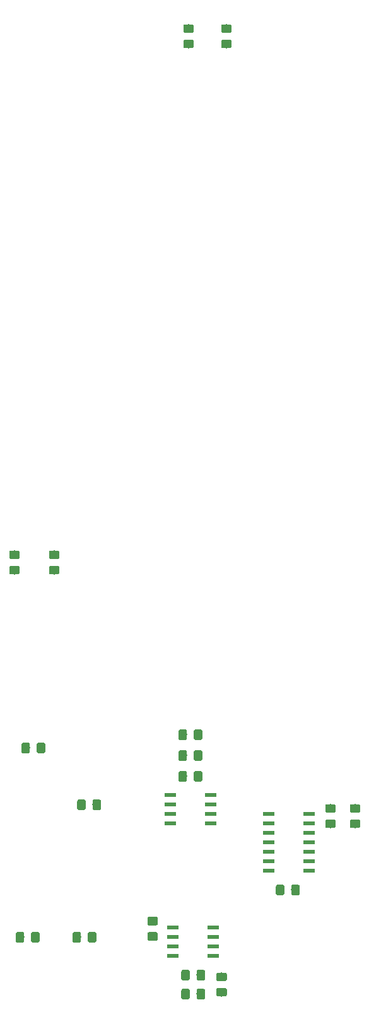
<source format=gbr>
G04 #@! TF.GenerationSoftware,KiCad,Pcbnew,(5.0.0)*
G04 #@! TF.CreationDate,2018-10-20T19:08:45+01:00*
G04 #@! TF.ProjectId,AD9833FunctionGenerator,41443938333346756E6374696F6E4765,rev?*
G04 #@! TF.SameCoordinates,Original*
G04 #@! TF.FileFunction,Paste,Top*
G04 #@! TF.FilePolarity,Positive*
%FSLAX46Y46*%
G04 Gerber Fmt 4.6, Leading zero omitted, Abs format (unit mm)*
G04 Created by KiCad (PCBNEW (5.0.0)) date 10/20/18 19:08:45*
%MOMM*%
%LPD*%
G01*
G04 APERTURE LIST*
%ADD10C,0.100000*%
%ADD11C,1.150000*%
%ADD12R,1.500000X0.600000*%
%ADD13R,1.550000X0.600000*%
G04 APERTURE END LIST*
D10*
G04 #@! TO.C,RG1*
G36*
X94828505Y-182943204D02*
X94852773Y-182946804D01*
X94876572Y-182952765D01*
X94899671Y-182961030D01*
X94921850Y-182971520D01*
X94942893Y-182984132D01*
X94962599Y-182998747D01*
X94980777Y-183015223D01*
X94997253Y-183033401D01*
X95011868Y-183053107D01*
X95024480Y-183074150D01*
X95034970Y-183096329D01*
X95043235Y-183119428D01*
X95049196Y-183143227D01*
X95052796Y-183167495D01*
X95054000Y-183191999D01*
X95054000Y-184092001D01*
X95052796Y-184116505D01*
X95049196Y-184140773D01*
X95043235Y-184164572D01*
X95034970Y-184187671D01*
X95024480Y-184209850D01*
X95011868Y-184230893D01*
X94997253Y-184250599D01*
X94980777Y-184268777D01*
X94962599Y-184285253D01*
X94942893Y-184299868D01*
X94921850Y-184312480D01*
X94899671Y-184322970D01*
X94876572Y-184331235D01*
X94852773Y-184337196D01*
X94828505Y-184340796D01*
X94804001Y-184342000D01*
X94153999Y-184342000D01*
X94129495Y-184340796D01*
X94105227Y-184337196D01*
X94081428Y-184331235D01*
X94058329Y-184322970D01*
X94036150Y-184312480D01*
X94015107Y-184299868D01*
X93995401Y-184285253D01*
X93977223Y-184268777D01*
X93960747Y-184250599D01*
X93946132Y-184230893D01*
X93933520Y-184209850D01*
X93923030Y-184187671D01*
X93914765Y-184164572D01*
X93908804Y-184140773D01*
X93905204Y-184116505D01*
X93904000Y-184092001D01*
X93904000Y-183191999D01*
X93905204Y-183167495D01*
X93908804Y-183143227D01*
X93914765Y-183119428D01*
X93923030Y-183096329D01*
X93933520Y-183074150D01*
X93946132Y-183053107D01*
X93960747Y-183033401D01*
X93977223Y-183015223D01*
X93995401Y-182998747D01*
X94015107Y-182984132D01*
X94036150Y-182971520D01*
X94058329Y-182961030D01*
X94081428Y-182952765D01*
X94105227Y-182946804D01*
X94129495Y-182943204D01*
X94153999Y-182942000D01*
X94804001Y-182942000D01*
X94828505Y-182943204D01*
X94828505Y-182943204D01*
G37*
D11*
X94479000Y-183642000D03*
D10*
G36*
X96878505Y-182943204D02*
X96902773Y-182946804D01*
X96926572Y-182952765D01*
X96949671Y-182961030D01*
X96971850Y-182971520D01*
X96992893Y-182984132D01*
X97012599Y-182998747D01*
X97030777Y-183015223D01*
X97047253Y-183033401D01*
X97061868Y-183053107D01*
X97074480Y-183074150D01*
X97084970Y-183096329D01*
X97093235Y-183119428D01*
X97099196Y-183143227D01*
X97102796Y-183167495D01*
X97104000Y-183191999D01*
X97104000Y-184092001D01*
X97102796Y-184116505D01*
X97099196Y-184140773D01*
X97093235Y-184164572D01*
X97084970Y-184187671D01*
X97074480Y-184209850D01*
X97061868Y-184230893D01*
X97047253Y-184250599D01*
X97030777Y-184268777D01*
X97012599Y-184285253D01*
X96992893Y-184299868D01*
X96971850Y-184312480D01*
X96949671Y-184322970D01*
X96926572Y-184331235D01*
X96902773Y-184337196D01*
X96878505Y-184340796D01*
X96854001Y-184342000D01*
X96203999Y-184342000D01*
X96179495Y-184340796D01*
X96155227Y-184337196D01*
X96131428Y-184331235D01*
X96108329Y-184322970D01*
X96086150Y-184312480D01*
X96065107Y-184299868D01*
X96045401Y-184285253D01*
X96027223Y-184268777D01*
X96010747Y-184250599D01*
X95996132Y-184230893D01*
X95983520Y-184209850D01*
X95973030Y-184187671D01*
X95964765Y-184164572D01*
X95958804Y-184140773D01*
X95955204Y-184116505D01*
X95954000Y-184092001D01*
X95954000Y-183191999D01*
X95955204Y-183167495D01*
X95958804Y-183143227D01*
X95964765Y-183119428D01*
X95973030Y-183096329D01*
X95983520Y-183074150D01*
X95996132Y-183053107D01*
X96010747Y-183033401D01*
X96027223Y-183015223D01*
X96045401Y-182998747D01*
X96065107Y-182984132D01*
X96086150Y-182971520D01*
X96108329Y-182961030D01*
X96131428Y-182952765D01*
X96155227Y-182946804D01*
X96179495Y-182943204D01*
X96203999Y-182942000D01*
X96854001Y-182942000D01*
X96878505Y-182943204D01*
X96878505Y-182943204D01*
G37*
D11*
X96529000Y-183642000D03*
G04 #@! TD*
D10*
G04 #@! TO.C,RF1*
G36*
X96878505Y-188531204D02*
X96902773Y-188534804D01*
X96926572Y-188540765D01*
X96949671Y-188549030D01*
X96971850Y-188559520D01*
X96992893Y-188572132D01*
X97012599Y-188586747D01*
X97030777Y-188603223D01*
X97047253Y-188621401D01*
X97061868Y-188641107D01*
X97074480Y-188662150D01*
X97084970Y-188684329D01*
X97093235Y-188707428D01*
X97099196Y-188731227D01*
X97102796Y-188755495D01*
X97104000Y-188779999D01*
X97104000Y-189680001D01*
X97102796Y-189704505D01*
X97099196Y-189728773D01*
X97093235Y-189752572D01*
X97084970Y-189775671D01*
X97074480Y-189797850D01*
X97061868Y-189818893D01*
X97047253Y-189838599D01*
X97030777Y-189856777D01*
X97012599Y-189873253D01*
X96992893Y-189887868D01*
X96971850Y-189900480D01*
X96949671Y-189910970D01*
X96926572Y-189919235D01*
X96902773Y-189925196D01*
X96878505Y-189928796D01*
X96854001Y-189930000D01*
X96203999Y-189930000D01*
X96179495Y-189928796D01*
X96155227Y-189925196D01*
X96131428Y-189919235D01*
X96108329Y-189910970D01*
X96086150Y-189900480D01*
X96065107Y-189887868D01*
X96045401Y-189873253D01*
X96027223Y-189856777D01*
X96010747Y-189838599D01*
X95996132Y-189818893D01*
X95983520Y-189797850D01*
X95973030Y-189775671D01*
X95964765Y-189752572D01*
X95958804Y-189728773D01*
X95955204Y-189704505D01*
X95954000Y-189680001D01*
X95954000Y-188779999D01*
X95955204Y-188755495D01*
X95958804Y-188731227D01*
X95964765Y-188707428D01*
X95973030Y-188684329D01*
X95983520Y-188662150D01*
X95996132Y-188641107D01*
X96010747Y-188621401D01*
X96027223Y-188603223D01*
X96045401Y-188586747D01*
X96065107Y-188572132D01*
X96086150Y-188559520D01*
X96108329Y-188549030D01*
X96131428Y-188540765D01*
X96155227Y-188534804D01*
X96179495Y-188531204D01*
X96203999Y-188530000D01*
X96854001Y-188530000D01*
X96878505Y-188531204D01*
X96878505Y-188531204D01*
G37*
D11*
X96529000Y-189230000D03*
D10*
G36*
X94828505Y-188531204D02*
X94852773Y-188534804D01*
X94876572Y-188540765D01*
X94899671Y-188549030D01*
X94921850Y-188559520D01*
X94942893Y-188572132D01*
X94962599Y-188586747D01*
X94980777Y-188603223D01*
X94997253Y-188621401D01*
X95011868Y-188641107D01*
X95024480Y-188662150D01*
X95034970Y-188684329D01*
X95043235Y-188707428D01*
X95049196Y-188731227D01*
X95052796Y-188755495D01*
X95054000Y-188779999D01*
X95054000Y-189680001D01*
X95052796Y-189704505D01*
X95049196Y-189728773D01*
X95043235Y-189752572D01*
X95034970Y-189775671D01*
X95024480Y-189797850D01*
X95011868Y-189818893D01*
X94997253Y-189838599D01*
X94980777Y-189856777D01*
X94962599Y-189873253D01*
X94942893Y-189887868D01*
X94921850Y-189900480D01*
X94899671Y-189910970D01*
X94876572Y-189919235D01*
X94852773Y-189925196D01*
X94828505Y-189928796D01*
X94804001Y-189930000D01*
X94153999Y-189930000D01*
X94129495Y-189928796D01*
X94105227Y-189925196D01*
X94081428Y-189919235D01*
X94058329Y-189910970D01*
X94036150Y-189900480D01*
X94015107Y-189887868D01*
X93995401Y-189873253D01*
X93977223Y-189856777D01*
X93960747Y-189838599D01*
X93946132Y-189818893D01*
X93933520Y-189797850D01*
X93923030Y-189775671D01*
X93914765Y-189752572D01*
X93908804Y-189728773D01*
X93905204Y-189704505D01*
X93904000Y-189680001D01*
X93904000Y-188779999D01*
X93905204Y-188755495D01*
X93908804Y-188731227D01*
X93914765Y-188707428D01*
X93923030Y-188684329D01*
X93933520Y-188662150D01*
X93946132Y-188641107D01*
X93960747Y-188621401D01*
X93977223Y-188603223D01*
X93995401Y-188586747D01*
X94015107Y-188572132D01*
X94036150Y-188559520D01*
X94058329Y-188549030D01*
X94081428Y-188540765D01*
X94105227Y-188534804D01*
X94129495Y-188531204D01*
X94153999Y-188530000D01*
X94804001Y-188530000D01*
X94828505Y-188531204D01*
X94828505Y-188531204D01*
G37*
D11*
X94479000Y-189230000D03*
G04 #@! TD*
D12*
G04 #@! TO.C,U_POT1*
X111412000Y-201930000D03*
X111412000Y-200660000D03*
X111412000Y-199390000D03*
X111412000Y-198120000D03*
X111412000Y-196850000D03*
X111412000Y-195580000D03*
X111412000Y-194310000D03*
X106012000Y-194310000D03*
X106012000Y-195580000D03*
X106012000Y-196850000D03*
X106012000Y-198120000D03*
X106012000Y-199390000D03*
X106012000Y-200660000D03*
X106012000Y-201930000D03*
G04 #@! TD*
D10*
G04 #@! TO.C,R_LOFF1*
G36*
X72984505Y-210121204D02*
X73008773Y-210124804D01*
X73032572Y-210130765D01*
X73055671Y-210139030D01*
X73077850Y-210149520D01*
X73098893Y-210162132D01*
X73118599Y-210176747D01*
X73136777Y-210193223D01*
X73153253Y-210211401D01*
X73167868Y-210231107D01*
X73180480Y-210252150D01*
X73190970Y-210274329D01*
X73199235Y-210297428D01*
X73205196Y-210321227D01*
X73208796Y-210345495D01*
X73210000Y-210369999D01*
X73210000Y-211270001D01*
X73208796Y-211294505D01*
X73205196Y-211318773D01*
X73199235Y-211342572D01*
X73190970Y-211365671D01*
X73180480Y-211387850D01*
X73167868Y-211408893D01*
X73153253Y-211428599D01*
X73136777Y-211446777D01*
X73118599Y-211463253D01*
X73098893Y-211477868D01*
X73077850Y-211490480D01*
X73055671Y-211500970D01*
X73032572Y-211509235D01*
X73008773Y-211515196D01*
X72984505Y-211518796D01*
X72960001Y-211520000D01*
X72309999Y-211520000D01*
X72285495Y-211518796D01*
X72261227Y-211515196D01*
X72237428Y-211509235D01*
X72214329Y-211500970D01*
X72192150Y-211490480D01*
X72171107Y-211477868D01*
X72151401Y-211463253D01*
X72133223Y-211446777D01*
X72116747Y-211428599D01*
X72102132Y-211408893D01*
X72089520Y-211387850D01*
X72079030Y-211365671D01*
X72070765Y-211342572D01*
X72064804Y-211318773D01*
X72061204Y-211294505D01*
X72060000Y-211270001D01*
X72060000Y-210369999D01*
X72061204Y-210345495D01*
X72064804Y-210321227D01*
X72070765Y-210297428D01*
X72079030Y-210274329D01*
X72089520Y-210252150D01*
X72102132Y-210231107D01*
X72116747Y-210211401D01*
X72133223Y-210193223D01*
X72151401Y-210176747D01*
X72171107Y-210162132D01*
X72192150Y-210149520D01*
X72214329Y-210139030D01*
X72237428Y-210130765D01*
X72261227Y-210124804D01*
X72285495Y-210121204D01*
X72309999Y-210120000D01*
X72960001Y-210120000D01*
X72984505Y-210121204D01*
X72984505Y-210121204D01*
G37*
D11*
X72635000Y-210820000D03*
D10*
G36*
X75034505Y-210121204D02*
X75058773Y-210124804D01*
X75082572Y-210130765D01*
X75105671Y-210139030D01*
X75127850Y-210149520D01*
X75148893Y-210162132D01*
X75168599Y-210176747D01*
X75186777Y-210193223D01*
X75203253Y-210211401D01*
X75217868Y-210231107D01*
X75230480Y-210252150D01*
X75240970Y-210274329D01*
X75249235Y-210297428D01*
X75255196Y-210321227D01*
X75258796Y-210345495D01*
X75260000Y-210369999D01*
X75260000Y-211270001D01*
X75258796Y-211294505D01*
X75255196Y-211318773D01*
X75249235Y-211342572D01*
X75240970Y-211365671D01*
X75230480Y-211387850D01*
X75217868Y-211408893D01*
X75203253Y-211428599D01*
X75186777Y-211446777D01*
X75168599Y-211463253D01*
X75148893Y-211477868D01*
X75127850Y-211490480D01*
X75105671Y-211500970D01*
X75082572Y-211509235D01*
X75058773Y-211515196D01*
X75034505Y-211518796D01*
X75010001Y-211520000D01*
X74359999Y-211520000D01*
X74335495Y-211518796D01*
X74311227Y-211515196D01*
X74287428Y-211509235D01*
X74264329Y-211500970D01*
X74242150Y-211490480D01*
X74221107Y-211477868D01*
X74201401Y-211463253D01*
X74183223Y-211446777D01*
X74166747Y-211428599D01*
X74152132Y-211408893D01*
X74139520Y-211387850D01*
X74129030Y-211365671D01*
X74120765Y-211342572D01*
X74114804Y-211318773D01*
X74111204Y-211294505D01*
X74110000Y-211270001D01*
X74110000Y-210369999D01*
X74111204Y-210345495D01*
X74114804Y-210321227D01*
X74120765Y-210297428D01*
X74129030Y-210274329D01*
X74139520Y-210252150D01*
X74152132Y-210231107D01*
X74166747Y-210211401D01*
X74183223Y-210193223D01*
X74201401Y-210176747D01*
X74221107Y-210162132D01*
X74242150Y-210149520D01*
X74264329Y-210139030D01*
X74287428Y-210130765D01*
X74311227Y-210124804D01*
X74335495Y-210121204D01*
X74359999Y-210120000D01*
X75010001Y-210120000D01*
X75034505Y-210121204D01*
X75034505Y-210121204D01*
G37*
D11*
X74685000Y-210820000D03*
G04 #@! TD*
D10*
G04 #@! TO.C,C1*
G36*
X95724505Y-88317204D02*
X95748773Y-88320804D01*
X95772572Y-88326765D01*
X95795671Y-88335030D01*
X95817850Y-88345520D01*
X95838893Y-88358132D01*
X95858599Y-88372747D01*
X95876777Y-88389223D01*
X95893253Y-88407401D01*
X95907868Y-88427107D01*
X95920480Y-88448150D01*
X95930970Y-88470329D01*
X95939235Y-88493428D01*
X95945196Y-88517227D01*
X95948796Y-88541495D01*
X95950000Y-88565999D01*
X95950000Y-89216001D01*
X95948796Y-89240505D01*
X95945196Y-89264773D01*
X95939235Y-89288572D01*
X95930970Y-89311671D01*
X95920480Y-89333850D01*
X95907868Y-89354893D01*
X95893253Y-89374599D01*
X95876777Y-89392777D01*
X95858599Y-89409253D01*
X95838893Y-89423868D01*
X95817850Y-89436480D01*
X95795671Y-89446970D01*
X95772572Y-89455235D01*
X95748773Y-89461196D01*
X95724505Y-89464796D01*
X95700001Y-89466000D01*
X94799999Y-89466000D01*
X94775495Y-89464796D01*
X94751227Y-89461196D01*
X94727428Y-89455235D01*
X94704329Y-89446970D01*
X94682150Y-89436480D01*
X94661107Y-89423868D01*
X94641401Y-89409253D01*
X94623223Y-89392777D01*
X94606747Y-89374599D01*
X94592132Y-89354893D01*
X94579520Y-89333850D01*
X94569030Y-89311671D01*
X94560765Y-89288572D01*
X94554804Y-89264773D01*
X94551204Y-89240505D01*
X94550000Y-89216001D01*
X94550000Y-88565999D01*
X94551204Y-88541495D01*
X94554804Y-88517227D01*
X94560765Y-88493428D01*
X94569030Y-88470329D01*
X94579520Y-88448150D01*
X94592132Y-88427107D01*
X94606747Y-88407401D01*
X94623223Y-88389223D01*
X94641401Y-88372747D01*
X94661107Y-88358132D01*
X94682150Y-88345520D01*
X94704329Y-88335030D01*
X94727428Y-88326765D01*
X94751227Y-88320804D01*
X94775495Y-88317204D01*
X94799999Y-88316000D01*
X95700001Y-88316000D01*
X95724505Y-88317204D01*
X95724505Y-88317204D01*
G37*
D11*
X95250000Y-88891000D03*
D10*
G36*
X95724505Y-90367204D02*
X95748773Y-90370804D01*
X95772572Y-90376765D01*
X95795671Y-90385030D01*
X95817850Y-90395520D01*
X95838893Y-90408132D01*
X95858599Y-90422747D01*
X95876777Y-90439223D01*
X95893253Y-90457401D01*
X95907868Y-90477107D01*
X95920480Y-90498150D01*
X95930970Y-90520329D01*
X95939235Y-90543428D01*
X95945196Y-90567227D01*
X95948796Y-90591495D01*
X95950000Y-90615999D01*
X95950000Y-91266001D01*
X95948796Y-91290505D01*
X95945196Y-91314773D01*
X95939235Y-91338572D01*
X95930970Y-91361671D01*
X95920480Y-91383850D01*
X95907868Y-91404893D01*
X95893253Y-91424599D01*
X95876777Y-91442777D01*
X95858599Y-91459253D01*
X95838893Y-91473868D01*
X95817850Y-91486480D01*
X95795671Y-91496970D01*
X95772572Y-91505235D01*
X95748773Y-91511196D01*
X95724505Y-91514796D01*
X95700001Y-91516000D01*
X94799999Y-91516000D01*
X94775495Y-91514796D01*
X94751227Y-91511196D01*
X94727428Y-91505235D01*
X94704329Y-91496970D01*
X94682150Y-91486480D01*
X94661107Y-91473868D01*
X94641401Y-91459253D01*
X94623223Y-91442777D01*
X94606747Y-91424599D01*
X94592132Y-91404893D01*
X94579520Y-91383850D01*
X94569030Y-91361671D01*
X94560765Y-91338572D01*
X94554804Y-91314773D01*
X94551204Y-91290505D01*
X94550000Y-91266001D01*
X94550000Y-90615999D01*
X94551204Y-90591495D01*
X94554804Y-90567227D01*
X94560765Y-90543428D01*
X94569030Y-90520329D01*
X94579520Y-90498150D01*
X94592132Y-90477107D01*
X94606747Y-90457401D01*
X94623223Y-90439223D01*
X94641401Y-90422747D01*
X94661107Y-90408132D01*
X94682150Y-90395520D01*
X94704329Y-90385030D01*
X94727428Y-90376765D01*
X94751227Y-90370804D01*
X94775495Y-90367204D01*
X94799999Y-90366000D01*
X95700001Y-90366000D01*
X95724505Y-90367204D01*
X95724505Y-90367204D01*
G37*
D11*
X95250000Y-90941000D03*
G04 #@! TD*
D10*
G04 #@! TO.C,C2*
G36*
X100804505Y-90367204D02*
X100828773Y-90370804D01*
X100852572Y-90376765D01*
X100875671Y-90385030D01*
X100897850Y-90395520D01*
X100918893Y-90408132D01*
X100938599Y-90422747D01*
X100956777Y-90439223D01*
X100973253Y-90457401D01*
X100987868Y-90477107D01*
X101000480Y-90498150D01*
X101010970Y-90520329D01*
X101019235Y-90543428D01*
X101025196Y-90567227D01*
X101028796Y-90591495D01*
X101030000Y-90615999D01*
X101030000Y-91266001D01*
X101028796Y-91290505D01*
X101025196Y-91314773D01*
X101019235Y-91338572D01*
X101010970Y-91361671D01*
X101000480Y-91383850D01*
X100987868Y-91404893D01*
X100973253Y-91424599D01*
X100956777Y-91442777D01*
X100938599Y-91459253D01*
X100918893Y-91473868D01*
X100897850Y-91486480D01*
X100875671Y-91496970D01*
X100852572Y-91505235D01*
X100828773Y-91511196D01*
X100804505Y-91514796D01*
X100780001Y-91516000D01*
X99879999Y-91516000D01*
X99855495Y-91514796D01*
X99831227Y-91511196D01*
X99807428Y-91505235D01*
X99784329Y-91496970D01*
X99762150Y-91486480D01*
X99741107Y-91473868D01*
X99721401Y-91459253D01*
X99703223Y-91442777D01*
X99686747Y-91424599D01*
X99672132Y-91404893D01*
X99659520Y-91383850D01*
X99649030Y-91361671D01*
X99640765Y-91338572D01*
X99634804Y-91314773D01*
X99631204Y-91290505D01*
X99630000Y-91266001D01*
X99630000Y-90615999D01*
X99631204Y-90591495D01*
X99634804Y-90567227D01*
X99640765Y-90543428D01*
X99649030Y-90520329D01*
X99659520Y-90498150D01*
X99672132Y-90477107D01*
X99686747Y-90457401D01*
X99703223Y-90439223D01*
X99721401Y-90422747D01*
X99741107Y-90408132D01*
X99762150Y-90395520D01*
X99784329Y-90385030D01*
X99807428Y-90376765D01*
X99831227Y-90370804D01*
X99855495Y-90367204D01*
X99879999Y-90366000D01*
X100780001Y-90366000D01*
X100804505Y-90367204D01*
X100804505Y-90367204D01*
G37*
D11*
X100330000Y-90941000D03*
D10*
G36*
X100804505Y-88317204D02*
X100828773Y-88320804D01*
X100852572Y-88326765D01*
X100875671Y-88335030D01*
X100897850Y-88345520D01*
X100918893Y-88358132D01*
X100938599Y-88372747D01*
X100956777Y-88389223D01*
X100973253Y-88407401D01*
X100987868Y-88427107D01*
X101000480Y-88448150D01*
X101010970Y-88470329D01*
X101019235Y-88493428D01*
X101025196Y-88517227D01*
X101028796Y-88541495D01*
X101030000Y-88565999D01*
X101030000Y-89216001D01*
X101028796Y-89240505D01*
X101025196Y-89264773D01*
X101019235Y-89288572D01*
X101010970Y-89311671D01*
X101000480Y-89333850D01*
X100987868Y-89354893D01*
X100973253Y-89374599D01*
X100956777Y-89392777D01*
X100938599Y-89409253D01*
X100918893Y-89423868D01*
X100897850Y-89436480D01*
X100875671Y-89446970D01*
X100852572Y-89455235D01*
X100828773Y-89461196D01*
X100804505Y-89464796D01*
X100780001Y-89466000D01*
X99879999Y-89466000D01*
X99855495Y-89464796D01*
X99831227Y-89461196D01*
X99807428Y-89455235D01*
X99784329Y-89446970D01*
X99762150Y-89436480D01*
X99741107Y-89423868D01*
X99721401Y-89409253D01*
X99703223Y-89392777D01*
X99686747Y-89374599D01*
X99672132Y-89354893D01*
X99659520Y-89333850D01*
X99649030Y-89311671D01*
X99640765Y-89288572D01*
X99634804Y-89264773D01*
X99631204Y-89240505D01*
X99630000Y-89216001D01*
X99630000Y-88565999D01*
X99631204Y-88541495D01*
X99634804Y-88517227D01*
X99640765Y-88493428D01*
X99649030Y-88470329D01*
X99659520Y-88448150D01*
X99672132Y-88427107D01*
X99686747Y-88407401D01*
X99703223Y-88389223D01*
X99721401Y-88372747D01*
X99741107Y-88358132D01*
X99762150Y-88345520D01*
X99784329Y-88335030D01*
X99807428Y-88326765D01*
X99831227Y-88320804D01*
X99855495Y-88317204D01*
X99879999Y-88316000D01*
X100780001Y-88316000D01*
X100804505Y-88317204D01*
X100804505Y-88317204D01*
G37*
D11*
X100330000Y-88891000D03*
G04 #@! TD*
D10*
G04 #@! TO.C,R_ISO1*
G36*
X90898505Y-210128204D02*
X90922773Y-210131804D01*
X90946572Y-210137765D01*
X90969671Y-210146030D01*
X90991850Y-210156520D01*
X91012893Y-210169132D01*
X91032599Y-210183747D01*
X91050777Y-210200223D01*
X91067253Y-210218401D01*
X91081868Y-210238107D01*
X91094480Y-210259150D01*
X91104970Y-210281329D01*
X91113235Y-210304428D01*
X91119196Y-210328227D01*
X91122796Y-210352495D01*
X91124000Y-210376999D01*
X91124000Y-211027001D01*
X91122796Y-211051505D01*
X91119196Y-211075773D01*
X91113235Y-211099572D01*
X91104970Y-211122671D01*
X91094480Y-211144850D01*
X91081868Y-211165893D01*
X91067253Y-211185599D01*
X91050777Y-211203777D01*
X91032599Y-211220253D01*
X91012893Y-211234868D01*
X90991850Y-211247480D01*
X90969671Y-211257970D01*
X90946572Y-211266235D01*
X90922773Y-211272196D01*
X90898505Y-211275796D01*
X90874001Y-211277000D01*
X89973999Y-211277000D01*
X89949495Y-211275796D01*
X89925227Y-211272196D01*
X89901428Y-211266235D01*
X89878329Y-211257970D01*
X89856150Y-211247480D01*
X89835107Y-211234868D01*
X89815401Y-211220253D01*
X89797223Y-211203777D01*
X89780747Y-211185599D01*
X89766132Y-211165893D01*
X89753520Y-211144850D01*
X89743030Y-211122671D01*
X89734765Y-211099572D01*
X89728804Y-211075773D01*
X89725204Y-211051505D01*
X89724000Y-211027001D01*
X89724000Y-210376999D01*
X89725204Y-210352495D01*
X89728804Y-210328227D01*
X89734765Y-210304428D01*
X89743030Y-210281329D01*
X89753520Y-210259150D01*
X89766132Y-210238107D01*
X89780747Y-210218401D01*
X89797223Y-210200223D01*
X89815401Y-210183747D01*
X89835107Y-210169132D01*
X89856150Y-210156520D01*
X89878329Y-210146030D01*
X89901428Y-210137765D01*
X89925227Y-210131804D01*
X89949495Y-210128204D01*
X89973999Y-210127000D01*
X90874001Y-210127000D01*
X90898505Y-210128204D01*
X90898505Y-210128204D01*
G37*
D11*
X90424000Y-210702000D03*
D10*
G36*
X90898505Y-208078204D02*
X90922773Y-208081804D01*
X90946572Y-208087765D01*
X90969671Y-208096030D01*
X90991850Y-208106520D01*
X91012893Y-208119132D01*
X91032599Y-208133747D01*
X91050777Y-208150223D01*
X91067253Y-208168401D01*
X91081868Y-208188107D01*
X91094480Y-208209150D01*
X91104970Y-208231329D01*
X91113235Y-208254428D01*
X91119196Y-208278227D01*
X91122796Y-208302495D01*
X91124000Y-208326999D01*
X91124000Y-208977001D01*
X91122796Y-209001505D01*
X91119196Y-209025773D01*
X91113235Y-209049572D01*
X91104970Y-209072671D01*
X91094480Y-209094850D01*
X91081868Y-209115893D01*
X91067253Y-209135599D01*
X91050777Y-209153777D01*
X91032599Y-209170253D01*
X91012893Y-209184868D01*
X90991850Y-209197480D01*
X90969671Y-209207970D01*
X90946572Y-209216235D01*
X90922773Y-209222196D01*
X90898505Y-209225796D01*
X90874001Y-209227000D01*
X89973999Y-209227000D01*
X89949495Y-209225796D01*
X89925227Y-209222196D01*
X89901428Y-209216235D01*
X89878329Y-209207970D01*
X89856150Y-209197480D01*
X89835107Y-209184868D01*
X89815401Y-209170253D01*
X89797223Y-209153777D01*
X89780747Y-209135599D01*
X89766132Y-209115893D01*
X89753520Y-209094850D01*
X89743030Y-209072671D01*
X89734765Y-209049572D01*
X89728804Y-209025773D01*
X89725204Y-209001505D01*
X89724000Y-208977001D01*
X89724000Y-208326999D01*
X89725204Y-208302495D01*
X89728804Y-208278227D01*
X89734765Y-208254428D01*
X89743030Y-208231329D01*
X89753520Y-208209150D01*
X89766132Y-208188107D01*
X89780747Y-208168401D01*
X89797223Y-208150223D01*
X89815401Y-208133747D01*
X89835107Y-208119132D01*
X89856150Y-208106520D01*
X89878329Y-208096030D01*
X89901428Y-208087765D01*
X89925227Y-208081804D01*
X89949495Y-208078204D01*
X89973999Y-208077000D01*
X90874001Y-208077000D01*
X90898505Y-208078204D01*
X90898505Y-208078204D01*
G37*
D11*
X90424000Y-208652000D03*
G04 #@! TD*
D10*
G04 #@! TO.C,R_MIX1*
G36*
X83289505Y-192341204D02*
X83313773Y-192344804D01*
X83337572Y-192350765D01*
X83360671Y-192359030D01*
X83382850Y-192369520D01*
X83403893Y-192382132D01*
X83423599Y-192396747D01*
X83441777Y-192413223D01*
X83458253Y-192431401D01*
X83472868Y-192451107D01*
X83485480Y-192472150D01*
X83495970Y-192494329D01*
X83504235Y-192517428D01*
X83510196Y-192541227D01*
X83513796Y-192565495D01*
X83515000Y-192589999D01*
X83515000Y-193490001D01*
X83513796Y-193514505D01*
X83510196Y-193538773D01*
X83504235Y-193562572D01*
X83495970Y-193585671D01*
X83485480Y-193607850D01*
X83472868Y-193628893D01*
X83458253Y-193648599D01*
X83441777Y-193666777D01*
X83423599Y-193683253D01*
X83403893Y-193697868D01*
X83382850Y-193710480D01*
X83360671Y-193720970D01*
X83337572Y-193729235D01*
X83313773Y-193735196D01*
X83289505Y-193738796D01*
X83265001Y-193740000D01*
X82614999Y-193740000D01*
X82590495Y-193738796D01*
X82566227Y-193735196D01*
X82542428Y-193729235D01*
X82519329Y-193720970D01*
X82497150Y-193710480D01*
X82476107Y-193697868D01*
X82456401Y-193683253D01*
X82438223Y-193666777D01*
X82421747Y-193648599D01*
X82407132Y-193628893D01*
X82394520Y-193607850D01*
X82384030Y-193585671D01*
X82375765Y-193562572D01*
X82369804Y-193538773D01*
X82366204Y-193514505D01*
X82365000Y-193490001D01*
X82365000Y-192589999D01*
X82366204Y-192565495D01*
X82369804Y-192541227D01*
X82375765Y-192517428D01*
X82384030Y-192494329D01*
X82394520Y-192472150D01*
X82407132Y-192451107D01*
X82421747Y-192431401D01*
X82438223Y-192413223D01*
X82456401Y-192396747D01*
X82476107Y-192382132D01*
X82497150Y-192369520D01*
X82519329Y-192359030D01*
X82542428Y-192350765D01*
X82566227Y-192344804D01*
X82590495Y-192341204D01*
X82614999Y-192340000D01*
X83265001Y-192340000D01*
X83289505Y-192341204D01*
X83289505Y-192341204D01*
G37*
D11*
X82940000Y-193040000D03*
D10*
G36*
X81239505Y-192341204D02*
X81263773Y-192344804D01*
X81287572Y-192350765D01*
X81310671Y-192359030D01*
X81332850Y-192369520D01*
X81353893Y-192382132D01*
X81373599Y-192396747D01*
X81391777Y-192413223D01*
X81408253Y-192431401D01*
X81422868Y-192451107D01*
X81435480Y-192472150D01*
X81445970Y-192494329D01*
X81454235Y-192517428D01*
X81460196Y-192541227D01*
X81463796Y-192565495D01*
X81465000Y-192589999D01*
X81465000Y-193490001D01*
X81463796Y-193514505D01*
X81460196Y-193538773D01*
X81454235Y-193562572D01*
X81445970Y-193585671D01*
X81435480Y-193607850D01*
X81422868Y-193628893D01*
X81408253Y-193648599D01*
X81391777Y-193666777D01*
X81373599Y-193683253D01*
X81353893Y-193697868D01*
X81332850Y-193710480D01*
X81310671Y-193720970D01*
X81287572Y-193729235D01*
X81263773Y-193735196D01*
X81239505Y-193738796D01*
X81215001Y-193740000D01*
X80564999Y-193740000D01*
X80540495Y-193738796D01*
X80516227Y-193735196D01*
X80492428Y-193729235D01*
X80469329Y-193720970D01*
X80447150Y-193710480D01*
X80426107Y-193697868D01*
X80406401Y-193683253D01*
X80388223Y-193666777D01*
X80371747Y-193648599D01*
X80357132Y-193628893D01*
X80344520Y-193607850D01*
X80334030Y-193585671D01*
X80325765Y-193562572D01*
X80319804Y-193538773D01*
X80316204Y-193514505D01*
X80315000Y-193490001D01*
X80315000Y-192589999D01*
X80316204Y-192565495D01*
X80319804Y-192541227D01*
X80325765Y-192517428D01*
X80334030Y-192494329D01*
X80344520Y-192472150D01*
X80357132Y-192451107D01*
X80371747Y-192431401D01*
X80388223Y-192413223D01*
X80406401Y-192396747D01*
X80426107Y-192382132D01*
X80447150Y-192369520D01*
X80469329Y-192359030D01*
X80492428Y-192350765D01*
X80516227Y-192344804D01*
X80540495Y-192341204D01*
X80564999Y-192340000D01*
X81215001Y-192340000D01*
X81239505Y-192341204D01*
X81239505Y-192341204D01*
G37*
D11*
X80890000Y-193040000D03*
G04 #@! TD*
D10*
G04 #@! TO.C,R_MIX2*
G36*
X75796505Y-184721204D02*
X75820773Y-184724804D01*
X75844572Y-184730765D01*
X75867671Y-184739030D01*
X75889850Y-184749520D01*
X75910893Y-184762132D01*
X75930599Y-184776747D01*
X75948777Y-184793223D01*
X75965253Y-184811401D01*
X75979868Y-184831107D01*
X75992480Y-184852150D01*
X76002970Y-184874329D01*
X76011235Y-184897428D01*
X76017196Y-184921227D01*
X76020796Y-184945495D01*
X76022000Y-184969999D01*
X76022000Y-185870001D01*
X76020796Y-185894505D01*
X76017196Y-185918773D01*
X76011235Y-185942572D01*
X76002970Y-185965671D01*
X75992480Y-185987850D01*
X75979868Y-186008893D01*
X75965253Y-186028599D01*
X75948777Y-186046777D01*
X75930599Y-186063253D01*
X75910893Y-186077868D01*
X75889850Y-186090480D01*
X75867671Y-186100970D01*
X75844572Y-186109235D01*
X75820773Y-186115196D01*
X75796505Y-186118796D01*
X75772001Y-186120000D01*
X75121999Y-186120000D01*
X75097495Y-186118796D01*
X75073227Y-186115196D01*
X75049428Y-186109235D01*
X75026329Y-186100970D01*
X75004150Y-186090480D01*
X74983107Y-186077868D01*
X74963401Y-186063253D01*
X74945223Y-186046777D01*
X74928747Y-186028599D01*
X74914132Y-186008893D01*
X74901520Y-185987850D01*
X74891030Y-185965671D01*
X74882765Y-185942572D01*
X74876804Y-185918773D01*
X74873204Y-185894505D01*
X74872000Y-185870001D01*
X74872000Y-184969999D01*
X74873204Y-184945495D01*
X74876804Y-184921227D01*
X74882765Y-184897428D01*
X74891030Y-184874329D01*
X74901520Y-184852150D01*
X74914132Y-184831107D01*
X74928747Y-184811401D01*
X74945223Y-184793223D01*
X74963401Y-184776747D01*
X74983107Y-184762132D01*
X75004150Y-184749520D01*
X75026329Y-184739030D01*
X75049428Y-184730765D01*
X75073227Y-184724804D01*
X75097495Y-184721204D01*
X75121999Y-184720000D01*
X75772001Y-184720000D01*
X75796505Y-184721204D01*
X75796505Y-184721204D01*
G37*
D11*
X75447000Y-185420000D03*
D10*
G36*
X73746505Y-184721204D02*
X73770773Y-184724804D01*
X73794572Y-184730765D01*
X73817671Y-184739030D01*
X73839850Y-184749520D01*
X73860893Y-184762132D01*
X73880599Y-184776747D01*
X73898777Y-184793223D01*
X73915253Y-184811401D01*
X73929868Y-184831107D01*
X73942480Y-184852150D01*
X73952970Y-184874329D01*
X73961235Y-184897428D01*
X73967196Y-184921227D01*
X73970796Y-184945495D01*
X73972000Y-184969999D01*
X73972000Y-185870001D01*
X73970796Y-185894505D01*
X73967196Y-185918773D01*
X73961235Y-185942572D01*
X73952970Y-185965671D01*
X73942480Y-185987850D01*
X73929868Y-186008893D01*
X73915253Y-186028599D01*
X73898777Y-186046777D01*
X73880599Y-186063253D01*
X73860893Y-186077868D01*
X73839850Y-186090480D01*
X73817671Y-186100970D01*
X73794572Y-186109235D01*
X73770773Y-186115196D01*
X73746505Y-186118796D01*
X73722001Y-186120000D01*
X73071999Y-186120000D01*
X73047495Y-186118796D01*
X73023227Y-186115196D01*
X72999428Y-186109235D01*
X72976329Y-186100970D01*
X72954150Y-186090480D01*
X72933107Y-186077868D01*
X72913401Y-186063253D01*
X72895223Y-186046777D01*
X72878747Y-186028599D01*
X72864132Y-186008893D01*
X72851520Y-185987850D01*
X72841030Y-185965671D01*
X72832765Y-185942572D01*
X72826804Y-185918773D01*
X72823204Y-185894505D01*
X72822000Y-185870001D01*
X72822000Y-184969999D01*
X72823204Y-184945495D01*
X72826804Y-184921227D01*
X72832765Y-184897428D01*
X72841030Y-184874329D01*
X72851520Y-184852150D01*
X72864132Y-184831107D01*
X72878747Y-184811401D01*
X72895223Y-184793223D01*
X72913401Y-184776747D01*
X72933107Y-184762132D01*
X72954150Y-184749520D01*
X72976329Y-184739030D01*
X72999428Y-184730765D01*
X73023227Y-184724804D01*
X73047495Y-184721204D01*
X73071999Y-184720000D01*
X73722001Y-184720000D01*
X73746505Y-184721204D01*
X73746505Y-184721204D01*
G37*
D11*
X73397000Y-185420000D03*
G04 #@! TD*
D10*
G04 #@! TO.C,R_VEL1*
G36*
X72356505Y-158929204D02*
X72380773Y-158932804D01*
X72404572Y-158938765D01*
X72427671Y-158947030D01*
X72449850Y-158957520D01*
X72470893Y-158970132D01*
X72490599Y-158984747D01*
X72508777Y-159001223D01*
X72525253Y-159019401D01*
X72539868Y-159039107D01*
X72552480Y-159060150D01*
X72562970Y-159082329D01*
X72571235Y-159105428D01*
X72577196Y-159129227D01*
X72580796Y-159153495D01*
X72582000Y-159177999D01*
X72582000Y-159828001D01*
X72580796Y-159852505D01*
X72577196Y-159876773D01*
X72571235Y-159900572D01*
X72562970Y-159923671D01*
X72552480Y-159945850D01*
X72539868Y-159966893D01*
X72525253Y-159986599D01*
X72508777Y-160004777D01*
X72490599Y-160021253D01*
X72470893Y-160035868D01*
X72449850Y-160048480D01*
X72427671Y-160058970D01*
X72404572Y-160067235D01*
X72380773Y-160073196D01*
X72356505Y-160076796D01*
X72332001Y-160078000D01*
X71431999Y-160078000D01*
X71407495Y-160076796D01*
X71383227Y-160073196D01*
X71359428Y-160067235D01*
X71336329Y-160058970D01*
X71314150Y-160048480D01*
X71293107Y-160035868D01*
X71273401Y-160021253D01*
X71255223Y-160004777D01*
X71238747Y-159986599D01*
X71224132Y-159966893D01*
X71211520Y-159945850D01*
X71201030Y-159923671D01*
X71192765Y-159900572D01*
X71186804Y-159876773D01*
X71183204Y-159852505D01*
X71182000Y-159828001D01*
X71182000Y-159177999D01*
X71183204Y-159153495D01*
X71186804Y-159129227D01*
X71192765Y-159105428D01*
X71201030Y-159082329D01*
X71211520Y-159060150D01*
X71224132Y-159039107D01*
X71238747Y-159019401D01*
X71255223Y-159001223D01*
X71273401Y-158984747D01*
X71293107Y-158970132D01*
X71314150Y-158957520D01*
X71336329Y-158947030D01*
X71359428Y-158938765D01*
X71383227Y-158932804D01*
X71407495Y-158929204D01*
X71431999Y-158928000D01*
X72332001Y-158928000D01*
X72356505Y-158929204D01*
X72356505Y-158929204D01*
G37*
D11*
X71882000Y-159503000D03*
D10*
G36*
X72356505Y-160979204D02*
X72380773Y-160982804D01*
X72404572Y-160988765D01*
X72427671Y-160997030D01*
X72449850Y-161007520D01*
X72470893Y-161020132D01*
X72490599Y-161034747D01*
X72508777Y-161051223D01*
X72525253Y-161069401D01*
X72539868Y-161089107D01*
X72552480Y-161110150D01*
X72562970Y-161132329D01*
X72571235Y-161155428D01*
X72577196Y-161179227D01*
X72580796Y-161203495D01*
X72582000Y-161227999D01*
X72582000Y-161878001D01*
X72580796Y-161902505D01*
X72577196Y-161926773D01*
X72571235Y-161950572D01*
X72562970Y-161973671D01*
X72552480Y-161995850D01*
X72539868Y-162016893D01*
X72525253Y-162036599D01*
X72508777Y-162054777D01*
X72490599Y-162071253D01*
X72470893Y-162085868D01*
X72449850Y-162098480D01*
X72427671Y-162108970D01*
X72404572Y-162117235D01*
X72380773Y-162123196D01*
X72356505Y-162126796D01*
X72332001Y-162128000D01*
X71431999Y-162128000D01*
X71407495Y-162126796D01*
X71383227Y-162123196D01*
X71359428Y-162117235D01*
X71336329Y-162108970D01*
X71314150Y-162098480D01*
X71293107Y-162085868D01*
X71273401Y-162071253D01*
X71255223Y-162054777D01*
X71238747Y-162036599D01*
X71224132Y-162016893D01*
X71211520Y-161995850D01*
X71201030Y-161973671D01*
X71192765Y-161950572D01*
X71186804Y-161926773D01*
X71183204Y-161902505D01*
X71182000Y-161878001D01*
X71182000Y-161227999D01*
X71183204Y-161203495D01*
X71186804Y-161179227D01*
X71192765Y-161155428D01*
X71201030Y-161132329D01*
X71211520Y-161110150D01*
X71224132Y-161089107D01*
X71238747Y-161069401D01*
X71255223Y-161051223D01*
X71273401Y-161034747D01*
X71293107Y-161020132D01*
X71314150Y-161007520D01*
X71336329Y-160997030D01*
X71359428Y-160988765D01*
X71383227Y-160982804D01*
X71407495Y-160979204D01*
X71431999Y-160978000D01*
X72332001Y-160978000D01*
X72356505Y-160979204D01*
X72356505Y-160979204D01*
G37*
D11*
X71882000Y-161553000D03*
G04 #@! TD*
D10*
G04 #@! TO.C,C_GAIN1*
G36*
X100169505Y-215571204D02*
X100193773Y-215574804D01*
X100217572Y-215580765D01*
X100240671Y-215589030D01*
X100262850Y-215599520D01*
X100283893Y-215612132D01*
X100303599Y-215626747D01*
X100321777Y-215643223D01*
X100338253Y-215661401D01*
X100352868Y-215681107D01*
X100365480Y-215702150D01*
X100375970Y-215724329D01*
X100384235Y-215747428D01*
X100390196Y-215771227D01*
X100393796Y-215795495D01*
X100395000Y-215819999D01*
X100395000Y-216470001D01*
X100393796Y-216494505D01*
X100390196Y-216518773D01*
X100384235Y-216542572D01*
X100375970Y-216565671D01*
X100365480Y-216587850D01*
X100352868Y-216608893D01*
X100338253Y-216628599D01*
X100321777Y-216646777D01*
X100303599Y-216663253D01*
X100283893Y-216677868D01*
X100262850Y-216690480D01*
X100240671Y-216700970D01*
X100217572Y-216709235D01*
X100193773Y-216715196D01*
X100169505Y-216718796D01*
X100145001Y-216720000D01*
X99244999Y-216720000D01*
X99220495Y-216718796D01*
X99196227Y-216715196D01*
X99172428Y-216709235D01*
X99149329Y-216700970D01*
X99127150Y-216690480D01*
X99106107Y-216677868D01*
X99086401Y-216663253D01*
X99068223Y-216646777D01*
X99051747Y-216628599D01*
X99037132Y-216608893D01*
X99024520Y-216587850D01*
X99014030Y-216565671D01*
X99005765Y-216542572D01*
X98999804Y-216518773D01*
X98996204Y-216494505D01*
X98995000Y-216470001D01*
X98995000Y-215819999D01*
X98996204Y-215795495D01*
X98999804Y-215771227D01*
X99005765Y-215747428D01*
X99014030Y-215724329D01*
X99024520Y-215702150D01*
X99037132Y-215681107D01*
X99051747Y-215661401D01*
X99068223Y-215643223D01*
X99086401Y-215626747D01*
X99106107Y-215612132D01*
X99127150Y-215599520D01*
X99149329Y-215589030D01*
X99172428Y-215580765D01*
X99196227Y-215574804D01*
X99220495Y-215571204D01*
X99244999Y-215570000D01*
X100145001Y-215570000D01*
X100169505Y-215571204D01*
X100169505Y-215571204D01*
G37*
D11*
X99695000Y-216145000D03*
D10*
G36*
X100169505Y-217621204D02*
X100193773Y-217624804D01*
X100217572Y-217630765D01*
X100240671Y-217639030D01*
X100262850Y-217649520D01*
X100283893Y-217662132D01*
X100303599Y-217676747D01*
X100321777Y-217693223D01*
X100338253Y-217711401D01*
X100352868Y-217731107D01*
X100365480Y-217752150D01*
X100375970Y-217774329D01*
X100384235Y-217797428D01*
X100390196Y-217821227D01*
X100393796Y-217845495D01*
X100395000Y-217869999D01*
X100395000Y-218520001D01*
X100393796Y-218544505D01*
X100390196Y-218568773D01*
X100384235Y-218592572D01*
X100375970Y-218615671D01*
X100365480Y-218637850D01*
X100352868Y-218658893D01*
X100338253Y-218678599D01*
X100321777Y-218696777D01*
X100303599Y-218713253D01*
X100283893Y-218727868D01*
X100262850Y-218740480D01*
X100240671Y-218750970D01*
X100217572Y-218759235D01*
X100193773Y-218765196D01*
X100169505Y-218768796D01*
X100145001Y-218770000D01*
X99244999Y-218770000D01*
X99220495Y-218768796D01*
X99196227Y-218765196D01*
X99172428Y-218759235D01*
X99149329Y-218750970D01*
X99127150Y-218740480D01*
X99106107Y-218727868D01*
X99086401Y-218713253D01*
X99068223Y-218696777D01*
X99051747Y-218678599D01*
X99037132Y-218658893D01*
X99024520Y-218637850D01*
X99014030Y-218615671D01*
X99005765Y-218592572D01*
X98999804Y-218568773D01*
X98996204Y-218544505D01*
X98995000Y-218520001D01*
X98995000Y-217869999D01*
X98996204Y-217845495D01*
X98999804Y-217821227D01*
X99005765Y-217797428D01*
X99014030Y-217774329D01*
X99024520Y-217752150D01*
X99037132Y-217731107D01*
X99051747Y-217711401D01*
X99068223Y-217693223D01*
X99086401Y-217676747D01*
X99106107Y-217662132D01*
X99127150Y-217649520D01*
X99149329Y-217639030D01*
X99172428Y-217630765D01*
X99196227Y-217624804D01*
X99220495Y-217621204D01*
X99244999Y-217620000D01*
X100145001Y-217620000D01*
X100169505Y-217621204D01*
X100169505Y-217621204D01*
G37*
D11*
X99695000Y-218195000D03*
G04 #@! TD*
D10*
G04 #@! TO.C,R_HIOFF1*
G36*
X80604505Y-210121204D02*
X80628773Y-210124804D01*
X80652572Y-210130765D01*
X80675671Y-210139030D01*
X80697850Y-210149520D01*
X80718893Y-210162132D01*
X80738599Y-210176747D01*
X80756777Y-210193223D01*
X80773253Y-210211401D01*
X80787868Y-210231107D01*
X80800480Y-210252150D01*
X80810970Y-210274329D01*
X80819235Y-210297428D01*
X80825196Y-210321227D01*
X80828796Y-210345495D01*
X80830000Y-210369999D01*
X80830000Y-211270001D01*
X80828796Y-211294505D01*
X80825196Y-211318773D01*
X80819235Y-211342572D01*
X80810970Y-211365671D01*
X80800480Y-211387850D01*
X80787868Y-211408893D01*
X80773253Y-211428599D01*
X80756777Y-211446777D01*
X80738599Y-211463253D01*
X80718893Y-211477868D01*
X80697850Y-211490480D01*
X80675671Y-211500970D01*
X80652572Y-211509235D01*
X80628773Y-211515196D01*
X80604505Y-211518796D01*
X80580001Y-211520000D01*
X79929999Y-211520000D01*
X79905495Y-211518796D01*
X79881227Y-211515196D01*
X79857428Y-211509235D01*
X79834329Y-211500970D01*
X79812150Y-211490480D01*
X79791107Y-211477868D01*
X79771401Y-211463253D01*
X79753223Y-211446777D01*
X79736747Y-211428599D01*
X79722132Y-211408893D01*
X79709520Y-211387850D01*
X79699030Y-211365671D01*
X79690765Y-211342572D01*
X79684804Y-211318773D01*
X79681204Y-211294505D01*
X79680000Y-211270001D01*
X79680000Y-210369999D01*
X79681204Y-210345495D01*
X79684804Y-210321227D01*
X79690765Y-210297428D01*
X79699030Y-210274329D01*
X79709520Y-210252150D01*
X79722132Y-210231107D01*
X79736747Y-210211401D01*
X79753223Y-210193223D01*
X79771401Y-210176747D01*
X79791107Y-210162132D01*
X79812150Y-210149520D01*
X79834329Y-210139030D01*
X79857428Y-210130765D01*
X79881227Y-210124804D01*
X79905495Y-210121204D01*
X79929999Y-210120000D01*
X80580001Y-210120000D01*
X80604505Y-210121204D01*
X80604505Y-210121204D01*
G37*
D11*
X80255000Y-210820000D03*
D10*
G36*
X82654505Y-210121204D02*
X82678773Y-210124804D01*
X82702572Y-210130765D01*
X82725671Y-210139030D01*
X82747850Y-210149520D01*
X82768893Y-210162132D01*
X82788599Y-210176747D01*
X82806777Y-210193223D01*
X82823253Y-210211401D01*
X82837868Y-210231107D01*
X82850480Y-210252150D01*
X82860970Y-210274329D01*
X82869235Y-210297428D01*
X82875196Y-210321227D01*
X82878796Y-210345495D01*
X82880000Y-210369999D01*
X82880000Y-211270001D01*
X82878796Y-211294505D01*
X82875196Y-211318773D01*
X82869235Y-211342572D01*
X82860970Y-211365671D01*
X82850480Y-211387850D01*
X82837868Y-211408893D01*
X82823253Y-211428599D01*
X82806777Y-211446777D01*
X82788599Y-211463253D01*
X82768893Y-211477868D01*
X82747850Y-211490480D01*
X82725671Y-211500970D01*
X82702572Y-211509235D01*
X82678773Y-211515196D01*
X82654505Y-211518796D01*
X82630001Y-211520000D01*
X81979999Y-211520000D01*
X81955495Y-211518796D01*
X81931227Y-211515196D01*
X81907428Y-211509235D01*
X81884329Y-211500970D01*
X81862150Y-211490480D01*
X81841107Y-211477868D01*
X81821401Y-211463253D01*
X81803223Y-211446777D01*
X81786747Y-211428599D01*
X81772132Y-211408893D01*
X81759520Y-211387850D01*
X81749030Y-211365671D01*
X81740765Y-211342572D01*
X81734804Y-211318773D01*
X81731204Y-211294505D01*
X81730000Y-211270001D01*
X81730000Y-210369999D01*
X81731204Y-210345495D01*
X81734804Y-210321227D01*
X81740765Y-210297428D01*
X81749030Y-210274329D01*
X81759520Y-210252150D01*
X81772132Y-210231107D01*
X81786747Y-210211401D01*
X81803223Y-210193223D01*
X81821401Y-210176747D01*
X81841107Y-210162132D01*
X81862150Y-210149520D01*
X81884329Y-210139030D01*
X81907428Y-210130765D01*
X81931227Y-210124804D01*
X81955495Y-210121204D01*
X81979999Y-210120000D01*
X82630001Y-210120000D01*
X82654505Y-210121204D01*
X82654505Y-210121204D01*
G37*
D11*
X82305000Y-210820000D03*
G04 #@! TD*
D10*
G04 #@! TO.C,R_MIX3*
G36*
X114774505Y-195015204D02*
X114798773Y-195018804D01*
X114822572Y-195024765D01*
X114845671Y-195033030D01*
X114867850Y-195043520D01*
X114888893Y-195056132D01*
X114908599Y-195070747D01*
X114926777Y-195087223D01*
X114943253Y-195105401D01*
X114957868Y-195125107D01*
X114970480Y-195146150D01*
X114980970Y-195168329D01*
X114989235Y-195191428D01*
X114995196Y-195215227D01*
X114998796Y-195239495D01*
X115000000Y-195263999D01*
X115000000Y-195914001D01*
X114998796Y-195938505D01*
X114995196Y-195962773D01*
X114989235Y-195986572D01*
X114980970Y-196009671D01*
X114970480Y-196031850D01*
X114957868Y-196052893D01*
X114943253Y-196072599D01*
X114926777Y-196090777D01*
X114908599Y-196107253D01*
X114888893Y-196121868D01*
X114867850Y-196134480D01*
X114845671Y-196144970D01*
X114822572Y-196153235D01*
X114798773Y-196159196D01*
X114774505Y-196162796D01*
X114750001Y-196164000D01*
X113849999Y-196164000D01*
X113825495Y-196162796D01*
X113801227Y-196159196D01*
X113777428Y-196153235D01*
X113754329Y-196144970D01*
X113732150Y-196134480D01*
X113711107Y-196121868D01*
X113691401Y-196107253D01*
X113673223Y-196090777D01*
X113656747Y-196072599D01*
X113642132Y-196052893D01*
X113629520Y-196031850D01*
X113619030Y-196009671D01*
X113610765Y-195986572D01*
X113604804Y-195962773D01*
X113601204Y-195938505D01*
X113600000Y-195914001D01*
X113600000Y-195263999D01*
X113601204Y-195239495D01*
X113604804Y-195215227D01*
X113610765Y-195191428D01*
X113619030Y-195168329D01*
X113629520Y-195146150D01*
X113642132Y-195125107D01*
X113656747Y-195105401D01*
X113673223Y-195087223D01*
X113691401Y-195070747D01*
X113711107Y-195056132D01*
X113732150Y-195043520D01*
X113754329Y-195033030D01*
X113777428Y-195024765D01*
X113801227Y-195018804D01*
X113825495Y-195015204D01*
X113849999Y-195014000D01*
X114750001Y-195014000D01*
X114774505Y-195015204D01*
X114774505Y-195015204D01*
G37*
D11*
X114300000Y-195589000D03*
D10*
G36*
X114774505Y-192965204D02*
X114798773Y-192968804D01*
X114822572Y-192974765D01*
X114845671Y-192983030D01*
X114867850Y-192993520D01*
X114888893Y-193006132D01*
X114908599Y-193020747D01*
X114926777Y-193037223D01*
X114943253Y-193055401D01*
X114957868Y-193075107D01*
X114970480Y-193096150D01*
X114980970Y-193118329D01*
X114989235Y-193141428D01*
X114995196Y-193165227D01*
X114998796Y-193189495D01*
X115000000Y-193213999D01*
X115000000Y-193864001D01*
X114998796Y-193888505D01*
X114995196Y-193912773D01*
X114989235Y-193936572D01*
X114980970Y-193959671D01*
X114970480Y-193981850D01*
X114957868Y-194002893D01*
X114943253Y-194022599D01*
X114926777Y-194040777D01*
X114908599Y-194057253D01*
X114888893Y-194071868D01*
X114867850Y-194084480D01*
X114845671Y-194094970D01*
X114822572Y-194103235D01*
X114798773Y-194109196D01*
X114774505Y-194112796D01*
X114750001Y-194114000D01*
X113849999Y-194114000D01*
X113825495Y-194112796D01*
X113801227Y-194109196D01*
X113777428Y-194103235D01*
X113754329Y-194094970D01*
X113732150Y-194084480D01*
X113711107Y-194071868D01*
X113691401Y-194057253D01*
X113673223Y-194040777D01*
X113656747Y-194022599D01*
X113642132Y-194002893D01*
X113629520Y-193981850D01*
X113619030Y-193959671D01*
X113610765Y-193936572D01*
X113604804Y-193912773D01*
X113601204Y-193888505D01*
X113600000Y-193864001D01*
X113600000Y-193213999D01*
X113601204Y-193189495D01*
X113604804Y-193165227D01*
X113610765Y-193141428D01*
X113619030Y-193118329D01*
X113629520Y-193096150D01*
X113642132Y-193075107D01*
X113656747Y-193055401D01*
X113673223Y-193037223D01*
X113691401Y-193020747D01*
X113711107Y-193006132D01*
X113732150Y-192993520D01*
X113754329Y-192983030D01*
X113777428Y-192974765D01*
X113801227Y-192968804D01*
X113825495Y-192965204D01*
X113849999Y-192964000D01*
X114750001Y-192964000D01*
X114774505Y-192965204D01*
X114774505Y-192965204D01*
G37*
D11*
X114300000Y-193539000D03*
G04 #@! TD*
D10*
G04 #@! TO.C,RF2*
G36*
X95209505Y-215201204D02*
X95233773Y-215204804D01*
X95257572Y-215210765D01*
X95280671Y-215219030D01*
X95302850Y-215229520D01*
X95323893Y-215242132D01*
X95343599Y-215256747D01*
X95361777Y-215273223D01*
X95378253Y-215291401D01*
X95392868Y-215311107D01*
X95405480Y-215332150D01*
X95415970Y-215354329D01*
X95424235Y-215377428D01*
X95430196Y-215401227D01*
X95433796Y-215425495D01*
X95435000Y-215449999D01*
X95435000Y-216350001D01*
X95433796Y-216374505D01*
X95430196Y-216398773D01*
X95424235Y-216422572D01*
X95415970Y-216445671D01*
X95405480Y-216467850D01*
X95392868Y-216488893D01*
X95378253Y-216508599D01*
X95361777Y-216526777D01*
X95343599Y-216543253D01*
X95323893Y-216557868D01*
X95302850Y-216570480D01*
X95280671Y-216580970D01*
X95257572Y-216589235D01*
X95233773Y-216595196D01*
X95209505Y-216598796D01*
X95185001Y-216600000D01*
X94534999Y-216600000D01*
X94510495Y-216598796D01*
X94486227Y-216595196D01*
X94462428Y-216589235D01*
X94439329Y-216580970D01*
X94417150Y-216570480D01*
X94396107Y-216557868D01*
X94376401Y-216543253D01*
X94358223Y-216526777D01*
X94341747Y-216508599D01*
X94327132Y-216488893D01*
X94314520Y-216467850D01*
X94304030Y-216445671D01*
X94295765Y-216422572D01*
X94289804Y-216398773D01*
X94286204Y-216374505D01*
X94285000Y-216350001D01*
X94285000Y-215449999D01*
X94286204Y-215425495D01*
X94289804Y-215401227D01*
X94295765Y-215377428D01*
X94304030Y-215354329D01*
X94314520Y-215332150D01*
X94327132Y-215311107D01*
X94341747Y-215291401D01*
X94358223Y-215273223D01*
X94376401Y-215256747D01*
X94396107Y-215242132D01*
X94417150Y-215229520D01*
X94439329Y-215219030D01*
X94462428Y-215210765D01*
X94486227Y-215204804D01*
X94510495Y-215201204D01*
X94534999Y-215200000D01*
X95185001Y-215200000D01*
X95209505Y-215201204D01*
X95209505Y-215201204D01*
G37*
D11*
X94860000Y-215900000D03*
D10*
G36*
X97259505Y-215201204D02*
X97283773Y-215204804D01*
X97307572Y-215210765D01*
X97330671Y-215219030D01*
X97352850Y-215229520D01*
X97373893Y-215242132D01*
X97393599Y-215256747D01*
X97411777Y-215273223D01*
X97428253Y-215291401D01*
X97442868Y-215311107D01*
X97455480Y-215332150D01*
X97465970Y-215354329D01*
X97474235Y-215377428D01*
X97480196Y-215401227D01*
X97483796Y-215425495D01*
X97485000Y-215449999D01*
X97485000Y-216350001D01*
X97483796Y-216374505D01*
X97480196Y-216398773D01*
X97474235Y-216422572D01*
X97465970Y-216445671D01*
X97455480Y-216467850D01*
X97442868Y-216488893D01*
X97428253Y-216508599D01*
X97411777Y-216526777D01*
X97393599Y-216543253D01*
X97373893Y-216557868D01*
X97352850Y-216570480D01*
X97330671Y-216580970D01*
X97307572Y-216589235D01*
X97283773Y-216595196D01*
X97259505Y-216598796D01*
X97235001Y-216600000D01*
X96584999Y-216600000D01*
X96560495Y-216598796D01*
X96536227Y-216595196D01*
X96512428Y-216589235D01*
X96489329Y-216580970D01*
X96467150Y-216570480D01*
X96446107Y-216557868D01*
X96426401Y-216543253D01*
X96408223Y-216526777D01*
X96391747Y-216508599D01*
X96377132Y-216488893D01*
X96364520Y-216467850D01*
X96354030Y-216445671D01*
X96345765Y-216422572D01*
X96339804Y-216398773D01*
X96336204Y-216374505D01*
X96335000Y-216350001D01*
X96335000Y-215449999D01*
X96336204Y-215425495D01*
X96339804Y-215401227D01*
X96345765Y-215377428D01*
X96354030Y-215354329D01*
X96364520Y-215332150D01*
X96377132Y-215311107D01*
X96391747Y-215291401D01*
X96408223Y-215273223D01*
X96426401Y-215256747D01*
X96446107Y-215242132D01*
X96467150Y-215229520D01*
X96489329Y-215219030D01*
X96512428Y-215210765D01*
X96536227Y-215204804D01*
X96560495Y-215201204D01*
X96584999Y-215200000D01*
X97235001Y-215200000D01*
X97259505Y-215201204D01*
X97259505Y-215201204D01*
G37*
D11*
X96910000Y-215900000D03*
G04 #@! TD*
D10*
G04 #@! TO.C,ROFF1*
G36*
X107909505Y-203771204D02*
X107933773Y-203774804D01*
X107957572Y-203780765D01*
X107980671Y-203789030D01*
X108002850Y-203799520D01*
X108023893Y-203812132D01*
X108043599Y-203826747D01*
X108061777Y-203843223D01*
X108078253Y-203861401D01*
X108092868Y-203881107D01*
X108105480Y-203902150D01*
X108115970Y-203924329D01*
X108124235Y-203947428D01*
X108130196Y-203971227D01*
X108133796Y-203995495D01*
X108135000Y-204019999D01*
X108135000Y-204920001D01*
X108133796Y-204944505D01*
X108130196Y-204968773D01*
X108124235Y-204992572D01*
X108115970Y-205015671D01*
X108105480Y-205037850D01*
X108092868Y-205058893D01*
X108078253Y-205078599D01*
X108061777Y-205096777D01*
X108043599Y-205113253D01*
X108023893Y-205127868D01*
X108002850Y-205140480D01*
X107980671Y-205150970D01*
X107957572Y-205159235D01*
X107933773Y-205165196D01*
X107909505Y-205168796D01*
X107885001Y-205170000D01*
X107234999Y-205170000D01*
X107210495Y-205168796D01*
X107186227Y-205165196D01*
X107162428Y-205159235D01*
X107139329Y-205150970D01*
X107117150Y-205140480D01*
X107096107Y-205127868D01*
X107076401Y-205113253D01*
X107058223Y-205096777D01*
X107041747Y-205078599D01*
X107027132Y-205058893D01*
X107014520Y-205037850D01*
X107004030Y-205015671D01*
X106995765Y-204992572D01*
X106989804Y-204968773D01*
X106986204Y-204944505D01*
X106985000Y-204920001D01*
X106985000Y-204019999D01*
X106986204Y-203995495D01*
X106989804Y-203971227D01*
X106995765Y-203947428D01*
X107004030Y-203924329D01*
X107014520Y-203902150D01*
X107027132Y-203881107D01*
X107041747Y-203861401D01*
X107058223Y-203843223D01*
X107076401Y-203826747D01*
X107096107Y-203812132D01*
X107117150Y-203799520D01*
X107139329Y-203789030D01*
X107162428Y-203780765D01*
X107186227Y-203774804D01*
X107210495Y-203771204D01*
X107234999Y-203770000D01*
X107885001Y-203770000D01*
X107909505Y-203771204D01*
X107909505Y-203771204D01*
G37*
D11*
X107560000Y-204470000D03*
D10*
G36*
X109959505Y-203771204D02*
X109983773Y-203774804D01*
X110007572Y-203780765D01*
X110030671Y-203789030D01*
X110052850Y-203799520D01*
X110073893Y-203812132D01*
X110093599Y-203826747D01*
X110111777Y-203843223D01*
X110128253Y-203861401D01*
X110142868Y-203881107D01*
X110155480Y-203902150D01*
X110165970Y-203924329D01*
X110174235Y-203947428D01*
X110180196Y-203971227D01*
X110183796Y-203995495D01*
X110185000Y-204019999D01*
X110185000Y-204920001D01*
X110183796Y-204944505D01*
X110180196Y-204968773D01*
X110174235Y-204992572D01*
X110165970Y-205015671D01*
X110155480Y-205037850D01*
X110142868Y-205058893D01*
X110128253Y-205078599D01*
X110111777Y-205096777D01*
X110093599Y-205113253D01*
X110073893Y-205127868D01*
X110052850Y-205140480D01*
X110030671Y-205150970D01*
X110007572Y-205159235D01*
X109983773Y-205165196D01*
X109959505Y-205168796D01*
X109935001Y-205170000D01*
X109284999Y-205170000D01*
X109260495Y-205168796D01*
X109236227Y-205165196D01*
X109212428Y-205159235D01*
X109189329Y-205150970D01*
X109167150Y-205140480D01*
X109146107Y-205127868D01*
X109126401Y-205113253D01*
X109108223Y-205096777D01*
X109091747Y-205078599D01*
X109077132Y-205058893D01*
X109064520Y-205037850D01*
X109054030Y-205015671D01*
X109045765Y-204992572D01*
X109039804Y-204968773D01*
X109036204Y-204944505D01*
X109035000Y-204920001D01*
X109035000Y-204019999D01*
X109036204Y-203995495D01*
X109039804Y-203971227D01*
X109045765Y-203947428D01*
X109054030Y-203924329D01*
X109064520Y-203902150D01*
X109077132Y-203881107D01*
X109091747Y-203861401D01*
X109108223Y-203843223D01*
X109126401Y-203826747D01*
X109146107Y-203812132D01*
X109167150Y-203799520D01*
X109189329Y-203789030D01*
X109212428Y-203780765D01*
X109236227Y-203774804D01*
X109260495Y-203771204D01*
X109284999Y-203770000D01*
X109935001Y-203770000D01*
X109959505Y-203771204D01*
X109959505Y-203771204D01*
G37*
D11*
X109610000Y-204470000D03*
G04 #@! TD*
D10*
G04 #@! TO.C,ROFF2*
G36*
X118076505Y-195015204D02*
X118100773Y-195018804D01*
X118124572Y-195024765D01*
X118147671Y-195033030D01*
X118169850Y-195043520D01*
X118190893Y-195056132D01*
X118210599Y-195070747D01*
X118228777Y-195087223D01*
X118245253Y-195105401D01*
X118259868Y-195125107D01*
X118272480Y-195146150D01*
X118282970Y-195168329D01*
X118291235Y-195191428D01*
X118297196Y-195215227D01*
X118300796Y-195239495D01*
X118302000Y-195263999D01*
X118302000Y-195914001D01*
X118300796Y-195938505D01*
X118297196Y-195962773D01*
X118291235Y-195986572D01*
X118282970Y-196009671D01*
X118272480Y-196031850D01*
X118259868Y-196052893D01*
X118245253Y-196072599D01*
X118228777Y-196090777D01*
X118210599Y-196107253D01*
X118190893Y-196121868D01*
X118169850Y-196134480D01*
X118147671Y-196144970D01*
X118124572Y-196153235D01*
X118100773Y-196159196D01*
X118076505Y-196162796D01*
X118052001Y-196164000D01*
X117151999Y-196164000D01*
X117127495Y-196162796D01*
X117103227Y-196159196D01*
X117079428Y-196153235D01*
X117056329Y-196144970D01*
X117034150Y-196134480D01*
X117013107Y-196121868D01*
X116993401Y-196107253D01*
X116975223Y-196090777D01*
X116958747Y-196072599D01*
X116944132Y-196052893D01*
X116931520Y-196031850D01*
X116921030Y-196009671D01*
X116912765Y-195986572D01*
X116906804Y-195962773D01*
X116903204Y-195938505D01*
X116902000Y-195914001D01*
X116902000Y-195263999D01*
X116903204Y-195239495D01*
X116906804Y-195215227D01*
X116912765Y-195191428D01*
X116921030Y-195168329D01*
X116931520Y-195146150D01*
X116944132Y-195125107D01*
X116958747Y-195105401D01*
X116975223Y-195087223D01*
X116993401Y-195070747D01*
X117013107Y-195056132D01*
X117034150Y-195043520D01*
X117056329Y-195033030D01*
X117079428Y-195024765D01*
X117103227Y-195018804D01*
X117127495Y-195015204D01*
X117151999Y-195014000D01*
X118052001Y-195014000D01*
X118076505Y-195015204D01*
X118076505Y-195015204D01*
G37*
D11*
X117602000Y-195589000D03*
D10*
G36*
X118076505Y-192965204D02*
X118100773Y-192968804D01*
X118124572Y-192974765D01*
X118147671Y-192983030D01*
X118169850Y-192993520D01*
X118190893Y-193006132D01*
X118210599Y-193020747D01*
X118228777Y-193037223D01*
X118245253Y-193055401D01*
X118259868Y-193075107D01*
X118272480Y-193096150D01*
X118282970Y-193118329D01*
X118291235Y-193141428D01*
X118297196Y-193165227D01*
X118300796Y-193189495D01*
X118302000Y-193213999D01*
X118302000Y-193864001D01*
X118300796Y-193888505D01*
X118297196Y-193912773D01*
X118291235Y-193936572D01*
X118282970Y-193959671D01*
X118272480Y-193981850D01*
X118259868Y-194002893D01*
X118245253Y-194022599D01*
X118228777Y-194040777D01*
X118210599Y-194057253D01*
X118190893Y-194071868D01*
X118169850Y-194084480D01*
X118147671Y-194094970D01*
X118124572Y-194103235D01*
X118100773Y-194109196D01*
X118076505Y-194112796D01*
X118052001Y-194114000D01*
X117151999Y-194114000D01*
X117127495Y-194112796D01*
X117103227Y-194109196D01*
X117079428Y-194103235D01*
X117056329Y-194094970D01*
X117034150Y-194084480D01*
X117013107Y-194071868D01*
X116993401Y-194057253D01*
X116975223Y-194040777D01*
X116958747Y-194022599D01*
X116944132Y-194002893D01*
X116931520Y-193981850D01*
X116921030Y-193959671D01*
X116912765Y-193936572D01*
X116906804Y-193912773D01*
X116903204Y-193888505D01*
X116902000Y-193864001D01*
X116902000Y-193213999D01*
X116903204Y-193189495D01*
X116906804Y-193165227D01*
X116912765Y-193141428D01*
X116921030Y-193118329D01*
X116931520Y-193096150D01*
X116944132Y-193075107D01*
X116958747Y-193055401D01*
X116975223Y-193037223D01*
X116993401Y-193020747D01*
X117013107Y-193006132D01*
X117034150Y-192993520D01*
X117056329Y-192983030D01*
X117079428Y-192974765D01*
X117103227Y-192968804D01*
X117127495Y-192965204D01*
X117151999Y-192964000D01*
X118052001Y-192964000D01*
X118076505Y-192965204D01*
X118076505Y-192965204D01*
G37*
D11*
X117602000Y-193539000D03*
G04 #@! TD*
D10*
G04 #@! TO.C,CF2*
G36*
X95209505Y-217741204D02*
X95233773Y-217744804D01*
X95257572Y-217750765D01*
X95280671Y-217759030D01*
X95302850Y-217769520D01*
X95323893Y-217782132D01*
X95343599Y-217796747D01*
X95361777Y-217813223D01*
X95378253Y-217831401D01*
X95392868Y-217851107D01*
X95405480Y-217872150D01*
X95415970Y-217894329D01*
X95424235Y-217917428D01*
X95430196Y-217941227D01*
X95433796Y-217965495D01*
X95435000Y-217989999D01*
X95435000Y-218890001D01*
X95433796Y-218914505D01*
X95430196Y-218938773D01*
X95424235Y-218962572D01*
X95415970Y-218985671D01*
X95405480Y-219007850D01*
X95392868Y-219028893D01*
X95378253Y-219048599D01*
X95361777Y-219066777D01*
X95343599Y-219083253D01*
X95323893Y-219097868D01*
X95302850Y-219110480D01*
X95280671Y-219120970D01*
X95257572Y-219129235D01*
X95233773Y-219135196D01*
X95209505Y-219138796D01*
X95185001Y-219140000D01*
X94534999Y-219140000D01*
X94510495Y-219138796D01*
X94486227Y-219135196D01*
X94462428Y-219129235D01*
X94439329Y-219120970D01*
X94417150Y-219110480D01*
X94396107Y-219097868D01*
X94376401Y-219083253D01*
X94358223Y-219066777D01*
X94341747Y-219048599D01*
X94327132Y-219028893D01*
X94314520Y-219007850D01*
X94304030Y-218985671D01*
X94295765Y-218962572D01*
X94289804Y-218938773D01*
X94286204Y-218914505D01*
X94285000Y-218890001D01*
X94285000Y-217989999D01*
X94286204Y-217965495D01*
X94289804Y-217941227D01*
X94295765Y-217917428D01*
X94304030Y-217894329D01*
X94314520Y-217872150D01*
X94327132Y-217851107D01*
X94341747Y-217831401D01*
X94358223Y-217813223D01*
X94376401Y-217796747D01*
X94396107Y-217782132D01*
X94417150Y-217769520D01*
X94439329Y-217759030D01*
X94462428Y-217750765D01*
X94486227Y-217744804D01*
X94510495Y-217741204D01*
X94534999Y-217740000D01*
X95185001Y-217740000D01*
X95209505Y-217741204D01*
X95209505Y-217741204D01*
G37*
D11*
X94860000Y-218440000D03*
D10*
G36*
X97259505Y-217741204D02*
X97283773Y-217744804D01*
X97307572Y-217750765D01*
X97330671Y-217759030D01*
X97352850Y-217769520D01*
X97373893Y-217782132D01*
X97393599Y-217796747D01*
X97411777Y-217813223D01*
X97428253Y-217831401D01*
X97442868Y-217851107D01*
X97455480Y-217872150D01*
X97465970Y-217894329D01*
X97474235Y-217917428D01*
X97480196Y-217941227D01*
X97483796Y-217965495D01*
X97485000Y-217989999D01*
X97485000Y-218890001D01*
X97483796Y-218914505D01*
X97480196Y-218938773D01*
X97474235Y-218962572D01*
X97465970Y-218985671D01*
X97455480Y-219007850D01*
X97442868Y-219028893D01*
X97428253Y-219048599D01*
X97411777Y-219066777D01*
X97393599Y-219083253D01*
X97373893Y-219097868D01*
X97352850Y-219110480D01*
X97330671Y-219120970D01*
X97307572Y-219129235D01*
X97283773Y-219135196D01*
X97259505Y-219138796D01*
X97235001Y-219140000D01*
X96584999Y-219140000D01*
X96560495Y-219138796D01*
X96536227Y-219135196D01*
X96512428Y-219129235D01*
X96489329Y-219120970D01*
X96467150Y-219110480D01*
X96446107Y-219097868D01*
X96426401Y-219083253D01*
X96408223Y-219066777D01*
X96391747Y-219048599D01*
X96377132Y-219028893D01*
X96364520Y-219007850D01*
X96354030Y-218985671D01*
X96345765Y-218962572D01*
X96339804Y-218938773D01*
X96336204Y-218914505D01*
X96335000Y-218890001D01*
X96335000Y-217989999D01*
X96336204Y-217965495D01*
X96339804Y-217941227D01*
X96345765Y-217917428D01*
X96354030Y-217894329D01*
X96364520Y-217872150D01*
X96377132Y-217851107D01*
X96391747Y-217831401D01*
X96408223Y-217813223D01*
X96426401Y-217796747D01*
X96446107Y-217782132D01*
X96467150Y-217769520D01*
X96489329Y-217759030D01*
X96512428Y-217750765D01*
X96536227Y-217744804D01*
X96560495Y-217741204D01*
X96584999Y-217740000D01*
X97235001Y-217740000D01*
X97259505Y-217741204D01*
X97259505Y-217741204D01*
G37*
D11*
X96910000Y-218440000D03*
G04 #@! TD*
D13*
G04 #@! TO.C,U_BUFF1*
X92804000Y-195580000D03*
X92804000Y-194310000D03*
X92804000Y-193040000D03*
X92804000Y-191770000D03*
X98204000Y-191770000D03*
X98204000Y-193040000D03*
X98204000Y-194310000D03*
X98204000Y-195580000D03*
G04 #@! TD*
G04 #@! TO.C,U_MIX1*
X98585000Y-213360000D03*
X98585000Y-212090000D03*
X98585000Y-210820000D03*
X98585000Y-209550000D03*
X93185000Y-209550000D03*
X93185000Y-210820000D03*
X93185000Y-212090000D03*
X93185000Y-213360000D03*
G04 #@! TD*
D10*
G04 #@! TO.C,R_PHASE1*
G36*
X77690505Y-158929204D02*
X77714773Y-158932804D01*
X77738572Y-158938765D01*
X77761671Y-158947030D01*
X77783850Y-158957520D01*
X77804893Y-158970132D01*
X77824599Y-158984747D01*
X77842777Y-159001223D01*
X77859253Y-159019401D01*
X77873868Y-159039107D01*
X77886480Y-159060150D01*
X77896970Y-159082329D01*
X77905235Y-159105428D01*
X77911196Y-159129227D01*
X77914796Y-159153495D01*
X77916000Y-159177999D01*
X77916000Y-159828001D01*
X77914796Y-159852505D01*
X77911196Y-159876773D01*
X77905235Y-159900572D01*
X77896970Y-159923671D01*
X77886480Y-159945850D01*
X77873868Y-159966893D01*
X77859253Y-159986599D01*
X77842777Y-160004777D01*
X77824599Y-160021253D01*
X77804893Y-160035868D01*
X77783850Y-160048480D01*
X77761671Y-160058970D01*
X77738572Y-160067235D01*
X77714773Y-160073196D01*
X77690505Y-160076796D01*
X77666001Y-160078000D01*
X76765999Y-160078000D01*
X76741495Y-160076796D01*
X76717227Y-160073196D01*
X76693428Y-160067235D01*
X76670329Y-160058970D01*
X76648150Y-160048480D01*
X76627107Y-160035868D01*
X76607401Y-160021253D01*
X76589223Y-160004777D01*
X76572747Y-159986599D01*
X76558132Y-159966893D01*
X76545520Y-159945850D01*
X76535030Y-159923671D01*
X76526765Y-159900572D01*
X76520804Y-159876773D01*
X76517204Y-159852505D01*
X76516000Y-159828001D01*
X76516000Y-159177999D01*
X76517204Y-159153495D01*
X76520804Y-159129227D01*
X76526765Y-159105428D01*
X76535030Y-159082329D01*
X76545520Y-159060150D01*
X76558132Y-159039107D01*
X76572747Y-159019401D01*
X76589223Y-159001223D01*
X76607401Y-158984747D01*
X76627107Y-158970132D01*
X76648150Y-158957520D01*
X76670329Y-158947030D01*
X76693428Y-158938765D01*
X76717227Y-158932804D01*
X76741495Y-158929204D01*
X76765999Y-158928000D01*
X77666001Y-158928000D01*
X77690505Y-158929204D01*
X77690505Y-158929204D01*
G37*
D11*
X77216000Y-159503000D03*
D10*
G36*
X77690505Y-160979204D02*
X77714773Y-160982804D01*
X77738572Y-160988765D01*
X77761671Y-160997030D01*
X77783850Y-161007520D01*
X77804893Y-161020132D01*
X77824599Y-161034747D01*
X77842777Y-161051223D01*
X77859253Y-161069401D01*
X77873868Y-161089107D01*
X77886480Y-161110150D01*
X77896970Y-161132329D01*
X77905235Y-161155428D01*
X77911196Y-161179227D01*
X77914796Y-161203495D01*
X77916000Y-161227999D01*
X77916000Y-161878001D01*
X77914796Y-161902505D01*
X77911196Y-161926773D01*
X77905235Y-161950572D01*
X77896970Y-161973671D01*
X77886480Y-161995850D01*
X77873868Y-162016893D01*
X77859253Y-162036599D01*
X77842777Y-162054777D01*
X77824599Y-162071253D01*
X77804893Y-162085868D01*
X77783850Y-162098480D01*
X77761671Y-162108970D01*
X77738572Y-162117235D01*
X77714773Y-162123196D01*
X77690505Y-162126796D01*
X77666001Y-162128000D01*
X76765999Y-162128000D01*
X76741495Y-162126796D01*
X76717227Y-162123196D01*
X76693428Y-162117235D01*
X76670329Y-162108970D01*
X76648150Y-162098480D01*
X76627107Y-162085868D01*
X76607401Y-162071253D01*
X76589223Y-162054777D01*
X76572747Y-162036599D01*
X76558132Y-162016893D01*
X76545520Y-161995850D01*
X76535030Y-161973671D01*
X76526765Y-161950572D01*
X76520804Y-161926773D01*
X76517204Y-161902505D01*
X76516000Y-161878001D01*
X76516000Y-161227999D01*
X76517204Y-161203495D01*
X76520804Y-161179227D01*
X76526765Y-161155428D01*
X76535030Y-161132329D01*
X76545520Y-161110150D01*
X76558132Y-161089107D01*
X76572747Y-161069401D01*
X76589223Y-161051223D01*
X76607401Y-161034747D01*
X76627107Y-161020132D01*
X76648150Y-161007520D01*
X76670329Y-160997030D01*
X76693428Y-160988765D01*
X76717227Y-160982804D01*
X76741495Y-160979204D01*
X76765999Y-160978000D01*
X77666001Y-160978000D01*
X77690505Y-160979204D01*
X77690505Y-160979204D01*
G37*
D11*
X77216000Y-161553000D03*
G04 #@! TD*
D10*
G04 #@! TO.C,CF1*
G36*
X94828505Y-185737204D02*
X94852773Y-185740804D01*
X94876572Y-185746765D01*
X94899671Y-185755030D01*
X94921850Y-185765520D01*
X94942893Y-185778132D01*
X94962599Y-185792747D01*
X94980777Y-185809223D01*
X94997253Y-185827401D01*
X95011868Y-185847107D01*
X95024480Y-185868150D01*
X95034970Y-185890329D01*
X95043235Y-185913428D01*
X95049196Y-185937227D01*
X95052796Y-185961495D01*
X95054000Y-185985999D01*
X95054000Y-186886001D01*
X95052796Y-186910505D01*
X95049196Y-186934773D01*
X95043235Y-186958572D01*
X95034970Y-186981671D01*
X95024480Y-187003850D01*
X95011868Y-187024893D01*
X94997253Y-187044599D01*
X94980777Y-187062777D01*
X94962599Y-187079253D01*
X94942893Y-187093868D01*
X94921850Y-187106480D01*
X94899671Y-187116970D01*
X94876572Y-187125235D01*
X94852773Y-187131196D01*
X94828505Y-187134796D01*
X94804001Y-187136000D01*
X94153999Y-187136000D01*
X94129495Y-187134796D01*
X94105227Y-187131196D01*
X94081428Y-187125235D01*
X94058329Y-187116970D01*
X94036150Y-187106480D01*
X94015107Y-187093868D01*
X93995401Y-187079253D01*
X93977223Y-187062777D01*
X93960747Y-187044599D01*
X93946132Y-187024893D01*
X93933520Y-187003850D01*
X93923030Y-186981671D01*
X93914765Y-186958572D01*
X93908804Y-186934773D01*
X93905204Y-186910505D01*
X93904000Y-186886001D01*
X93904000Y-185985999D01*
X93905204Y-185961495D01*
X93908804Y-185937227D01*
X93914765Y-185913428D01*
X93923030Y-185890329D01*
X93933520Y-185868150D01*
X93946132Y-185847107D01*
X93960747Y-185827401D01*
X93977223Y-185809223D01*
X93995401Y-185792747D01*
X94015107Y-185778132D01*
X94036150Y-185765520D01*
X94058329Y-185755030D01*
X94081428Y-185746765D01*
X94105227Y-185740804D01*
X94129495Y-185737204D01*
X94153999Y-185736000D01*
X94804001Y-185736000D01*
X94828505Y-185737204D01*
X94828505Y-185737204D01*
G37*
D11*
X94479000Y-186436000D03*
D10*
G36*
X96878505Y-185737204D02*
X96902773Y-185740804D01*
X96926572Y-185746765D01*
X96949671Y-185755030D01*
X96971850Y-185765520D01*
X96992893Y-185778132D01*
X97012599Y-185792747D01*
X97030777Y-185809223D01*
X97047253Y-185827401D01*
X97061868Y-185847107D01*
X97074480Y-185868150D01*
X97084970Y-185890329D01*
X97093235Y-185913428D01*
X97099196Y-185937227D01*
X97102796Y-185961495D01*
X97104000Y-185985999D01*
X97104000Y-186886001D01*
X97102796Y-186910505D01*
X97099196Y-186934773D01*
X97093235Y-186958572D01*
X97084970Y-186981671D01*
X97074480Y-187003850D01*
X97061868Y-187024893D01*
X97047253Y-187044599D01*
X97030777Y-187062777D01*
X97012599Y-187079253D01*
X96992893Y-187093868D01*
X96971850Y-187106480D01*
X96949671Y-187116970D01*
X96926572Y-187125235D01*
X96902773Y-187131196D01*
X96878505Y-187134796D01*
X96854001Y-187136000D01*
X96203999Y-187136000D01*
X96179495Y-187134796D01*
X96155227Y-187131196D01*
X96131428Y-187125235D01*
X96108329Y-187116970D01*
X96086150Y-187106480D01*
X96065107Y-187093868D01*
X96045401Y-187079253D01*
X96027223Y-187062777D01*
X96010747Y-187044599D01*
X95996132Y-187024893D01*
X95983520Y-187003850D01*
X95973030Y-186981671D01*
X95964765Y-186958572D01*
X95958804Y-186934773D01*
X95955204Y-186910505D01*
X95954000Y-186886001D01*
X95954000Y-185985999D01*
X95955204Y-185961495D01*
X95958804Y-185937227D01*
X95964765Y-185913428D01*
X95973030Y-185890329D01*
X95983520Y-185868150D01*
X95996132Y-185847107D01*
X96010747Y-185827401D01*
X96027223Y-185809223D01*
X96045401Y-185792747D01*
X96065107Y-185778132D01*
X96086150Y-185765520D01*
X96108329Y-185755030D01*
X96131428Y-185746765D01*
X96155227Y-185740804D01*
X96179495Y-185737204D01*
X96203999Y-185736000D01*
X96854001Y-185736000D01*
X96878505Y-185737204D01*
X96878505Y-185737204D01*
G37*
D11*
X96529000Y-186436000D03*
G04 #@! TD*
M02*

</source>
